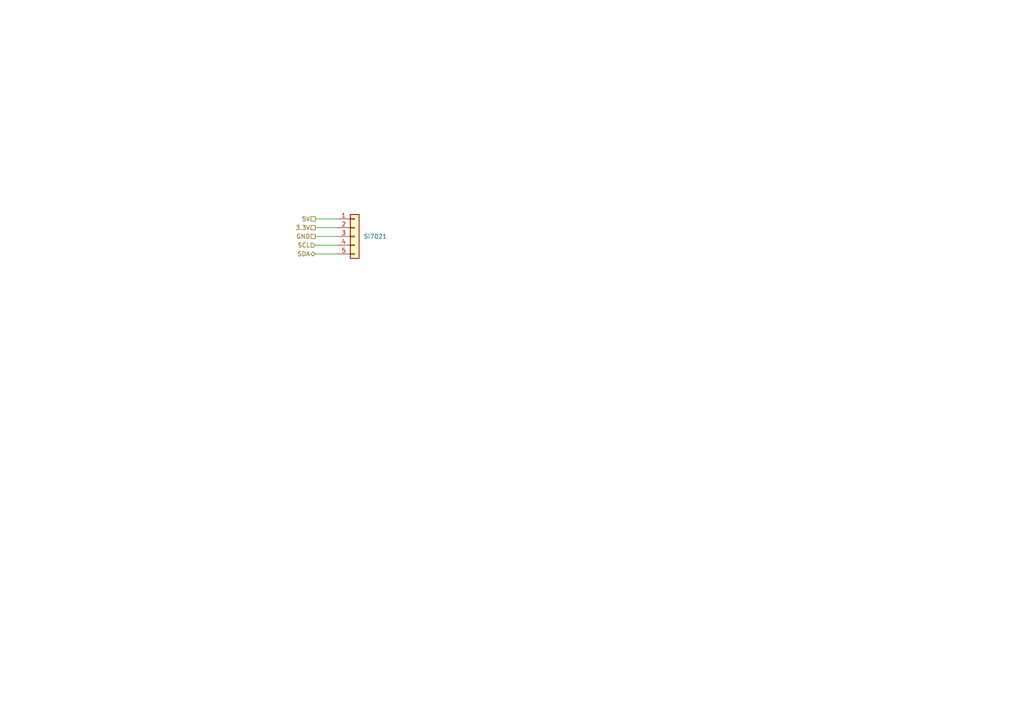
<source format=kicad_sch>
(kicad_sch (version 20211123) (generator eeschema)
  (paper "A4")
  (lib_symbols
    (symbol "Connector_Generic:Conn_01x05" (pin_names (offset 1.016) hide)
      (property "Reference" "J" (at 0 7.62 0))
      (property "Value" "Conn_01x05" (at 0 -7.62 0))
      (symbol "Conn_01x05_1_1"
        (rectangle (start -1.27 -4.953) (end 0 -5.207) (stroke (width 0.1524)))
        (rectangle (start -1.27 -2.413) (end 0 -2.667) (stroke (width 0.1524)))
        (rectangle (start -1.27 0.127) (end 0 -0.127) (stroke (width 0.1524)))
        (rectangle (start -1.27 2.667) (end 0 2.413) (stroke (width 0.1524)))
        (rectangle (start -1.27 5.207) (end 0 4.953) (stroke (width 0.1524)))
        (rectangle (start -1.27 6.35) (end 1.27 -6.35) (stroke (width 0.254)) (fill (type background)))
        (pin passive line (at -5.08 5.08 0) (length 3.81) (name "Pin_1") (number "1"))
        (pin passive line (at -5.08 2.54 0) (length 3.81) (name "Pin_2") (number "2"))
        (pin passive line (at -5.08 0 0) (length 3.81) (name "Pin_3") (number "3"))
        (pin passive line (at -5.08 -2.54 0) (length 3.81) (name "Pin_4") (number "4"))
        (pin passive line (at -5.08 -5.08 0) (length 3.81) (name "Pin_5") (number "5"))
      )
    )
  )
  (wire (pts (xy 91.44 66.04) (xy 97.79 66.04)))
  (wire (pts (xy 91.44 63.5) (xy 97.79 63.5)))
  (wire (pts (xy 91.44 73.66) (xy 97.79 73.66)))
  (wire (pts (xy 91.44 71.12) (xy 97.79 71.12)))
  (wire (pts (xy 91.44 68.58) (xy 97.79 68.58)))
  (hierarchical_label "5V" (shape passive) (at 91.44 63.5 180))
  (hierarchical_label "SDA" (shape bidirectional) (at 91.44 73.66 180))
  (hierarchical_label "3.3V" (shape passive) (at 91.44 66.04 180))
  (hierarchical_label "GND" (shape passive) (at 91.44 68.58 180))
  (hierarchical_label "SCL" (shape input) (at 91.44 71.12 180))
  (symbol (lib_id "Connector_Generic:Conn_01x05") (at 102.87 68.58 0) (unit 1)
    (property "Reference" "Si7021" (at 105.41 68.5799 0) (effects (justify left)))
    (property "Value" "Conn_01x05" (effects hide))
    (property "Footprint" "Connector_PinHeader_2.54mm:PinHeader_1x05_P2.54mm_Vertical" (effects hide))
  )
)
</source>
